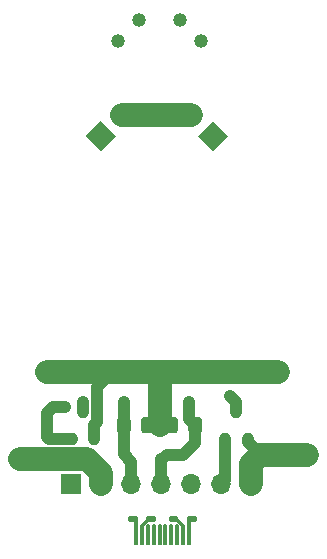
<source format=gbr>
%TF.GenerationSoftware,KiCad,Pcbnew,(5.1.6)-1*%
%TF.CreationDate,2023-10-25T23:53:10+09:00*%
%TF.ProjectId,CMouse-3rd-MOD,434d6f75-7365-42d3-9372-642d4d4f442e,rev?*%
%TF.SameCoordinates,Original*%
%TF.FileFunction,Copper,L1,Top*%
%TF.FilePolarity,Positive*%
%FSLAX46Y46*%
G04 Gerber Fmt 4.6, Leading zero omitted, Abs format (unit mm)*
G04 Created by KiCad (PCBNEW (5.1.6)-1) date 2023-10-25 23:53:10*
%MOMM*%
%LPD*%
G01*
G04 APERTURE LIST*
%TA.AperFunction,ComponentPad*%
%ADD10C,0.100000*%
%TD*%
%TA.AperFunction,ComponentPad*%
%ADD11C,1.800000*%
%TD*%
%TA.AperFunction,ComponentPad*%
%ADD12R,1.700000X1.700000*%
%TD*%
%TA.AperFunction,ComponentPad*%
%ADD13O,1.700000X1.700000*%
%TD*%
%TA.AperFunction,ComponentPad*%
%ADD14C,1.192000*%
%TD*%
%TA.AperFunction,SMDPad,CuDef*%
%ADD15R,0.600000X1.000000*%
%TD*%
%TA.AperFunction,ViaPad*%
%ADD16C,0.400000*%
%TD*%
%TA.AperFunction,ViaPad*%
%ADD17C,0.800000*%
%TD*%
%TA.AperFunction,Conductor*%
%ADD18C,0.300000*%
%TD*%
%TA.AperFunction,Conductor*%
%ADD19C,1.000000*%
%TD*%
%TA.AperFunction,Conductor*%
%ADD20C,2.000000*%
%TD*%
G04 APERTURE END LIST*
%TA.AperFunction,ComponentPad*%
D10*
%TO.P,IR5,1*%
%TO.N,Net-(IR5-Pad1)*%
G36*
X109500000Y-117772792D02*
G01*
X108227208Y-116500000D01*
X109500000Y-115227208D01*
X110772792Y-116500000D01*
X109500000Y-117772792D01*
G37*
%TD.AperFunction*%
D11*
%TO.P,IR5,2*%
%TO.N,5v*%
X111296051Y-114703949D03*
%TD*%
%TO.P,IR6,2*%
%TO.N,5v*%
X117203949Y-114703949D03*
%TA.AperFunction,ComponentPad*%
D10*
%TO.P,IR6,1*%
%TO.N,Net-(IR6-Pad1)*%
G36*
X120272792Y-116500000D02*
G01*
X119000000Y-117772792D01*
X117727208Y-116500000D01*
X119000000Y-115227208D01*
X120272792Y-116500000D01*
G37*
%TD.AperFunction*%
%TD*%
D12*
%TO.P,J1,1*%
%TO.N,5v*%
X107000000Y-146000000D03*
D13*
%TO.P,J1,2*%
%TO.N,3.3v*%
X109540000Y-146000000D03*
%TO.P,J1,3*%
%TO.N,AN5*%
X112080000Y-146000000D03*
%TO.P,J1,4*%
%TO.N,AN6*%
X114620000Y-146000000D03*
%TO.P,J1,5*%
%TO.N,PD5*%
X117160000Y-146000000D03*
%TO.P,J1,6*%
%TO.N,PD6*%
X119700000Y-146000000D03*
%TO.P,J1,7*%
%TO.N,GND*%
X122240000Y-146000000D03*
%TD*%
%TO.P,R16,2*%
%TO.N,GND*%
%TA.AperFunction,SMDPad,CuDef*%
G36*
G01*
X112950000Y-141450001D02*
X112950000Y-140549999D01*
G75*
G02*
X113199999Y-140300000I249999J0D01*
G01*
X113850001Y-140300000D01*
G75*
G02*
X114100000Y-140549999I0J-249999D01*
G01*
X114100000Y-141450001D01*
G75*
G02*
X113850001Y-141700000I-249999J0D01*
G01*
X113199999Y-141700000D01*
G75*
G02*
X112950000Y-141450001I0J249999D01*
G01*
G37*
%TD.AperFunction*%
%TO.P,R16,1*%
%TO.N,AN5*%
%TA.AperFunction,SMDPad,CuDef*%
G36*
G01*
X110900000Y-141450001D02*
X110900000Y-140549999D01*
G75*
G02*
X111149999Y-140300000I249999J0D01*
G01*
X111800001Y-140300000D01*
G75*
G02*
X112050000Y-140549999I0J-249999D01*
G01*
X112050000Y-141450001D01*
G75*
G02*
X111800001Y-141700000I-249999J0D01*
G01*
X111149999Y-141700000D01*
G75*
G02*
X110900000Y-141450001I0J249999D01*
G01*
G37*
%TD.AperFunction*%
%TD*%
%TO.P,R17,1*%
%TO.N,AN6*%
%TA.AperFunction,SMDPad,CuDef*%
G36*
G01*
X118100000Y-140549999D02*
X118100000Y-141450001D01*
G75*
G02*
X117850001Y-141700000I-249999J0D01*
G01*
X117199999Y-141700000D01*
G75*
G02*
X116950000Y-141450001I0J249999D01*
G01*
X116950000Y-140549999D01*
G75*
G02*
X117199999Y-140300000I249999J0D01*
G01*
X117850001Y-140300000D01*
G75*
G02*
X118100000Y-140549999I0J-249999D01*
G01*
G37*
%TD.AperFunction*%
%TO.P,R17,2*%
%TO.N,GND*%
%TA.AperFunction,SMDPad,CuDef*%
G36*
G01*
X116050000Y-140549999D02*
X116050000Y-141450001D01*
G75*
G02*
X115800001Y-141700000I-249999J0D01*
G01*
X115149999Y-141700000D01*
G75*
G02*
X114900000Y-141450001I0J249999D01*
G01*
X114900000Y-140549999D01*
G75*
G02*
X115149999Y-140300000I249999J0D01*
G01*
X115800001Y-140300000D01*
G75*
G02*
X116050000Y-140549999I0J-249999D01*
G01*
G37*
%TD.AperFunction*%
%TD*%
D14*
%TO.P,S5,1*%
%TO.N,AN5*%
X111000000Y-108500000D03*
%TO.P,S5,2*%
%TO.N,3.3v*%
X112796051Y-106703949D03*
%TD*%
%TO.P,S6,2*%
%TO.N,3.3v*%
X116203949Y-106703949D03*
%TO.P,S6,1*%
%TO.N,AN6*%
X118000000Y-108500000D03*
%TD*%
D15*
%TO.P,TR5,1*%
%TO.N,PD5*%
X107050000Y-142150000D03*
%TO.P,TR5,2*%
%TO.N,GND*%
X108950000Y-142150000D03*
%TO.P,TR5,3*%
%TO.N,Net-(IR5-Pad1)*%
X108000000Y-139850000D03*
%TD*%
%TO.P,TR6,3*%
%TO.N,Net-(IR6-Pad1)*%
X121000000Y-139850000D03*
%TO.P,TR6,2*%
%TO.N,GND*%
X121950000Y-142150000D03*
%TO.P,TR6,1*%
%TO.N,PD6*%
X120050000Y-142150000D03*
%TD*%
D16*
%TO.N,*%
X117000000Y-151000000D03*
X116500000Y-151000000D03*
X116000000Y-151000000D03*
X115500000Y-151000000D03*
X115000000Y-151000000D03*
X114500000Y-151000000D03*
X114000000Y-151000000D03*
X113500000Y-151000000D03*
X113000000Y-151000000D03*
X112500000Y-151000000D03*
D17*
%TO.N,Net-(IR5-Pad1)*%
X108000000Y-139000000D03*
%TO.N,Net-(IR6-Pad1)*%
X120500000Y-138500000D03*
%TO.N,3.3v*%
X102649999Y-143850001D03*
%TO.N,AN5*%
X111500000Y-139000000D03*
%TO.N,AN6*%
X117000000Y-139000000D03*
%TO.N,PD5*%
X106500000Y-139500000D03*
%TO.N,GND*%
X127000000Y-143500000D03*
X124500000Y-136500000D03*
%TD*%
D18*
%TO.N,*%
X112500000Y-151000000D02*
X112500000Y-151000000D01*
X113000000Y-151000000D02*
X113000000Y-151000000D01*
X113500000Y-151000000D02*
X113500000Y-151000000D01*
X114000000Y-151000000D02*
X114000000Y-151000000D01*
X114500000Y-151000000D02*
X114500000Y-151000000D01*
X115000000Y-151000000D02*
X115000000Y-151000000D01*
X115500000Y-151000000D02*
X115500000Y-151000000D01*
X116000000Y-151000000D02*
X116000000Y-151000000D01*
X116500000Y-151000000D02*
X116500000Y-151000000D01*
X117000000Y-151000000D02*
X117000000Y-151000000D01*
X112500000Y-149500000D02*
X112500000Y-149000000D01*
X113000000Y-149500000D02*
X113500000Y-149000000D01*
X117000000Y-149500000D02*
X117000000Y-149000000D01*
X116500000Y-149500000D02*
X116000000Y-149000000D01*
X116000000Y-149000000D02*
X115500000Y-149000000D01*
X112500000Y-149000000D02*
X112000000Y-149000000D01*
X117000000Y-149000000D02*
X117500000Y-149000000D01*
X117000000Y-148875010D02*
X117000000Y-149000000D01*
X117500000Y-148875010D02*
X117000000Y-148875010D01*
X112500000Y-149000000D02*
X112500000Y-148875010D01*
X112500000Y-148875010D02*
X112000000Y-148875010D01*
X116000000Y-149000000D02*
X115875010Y-148875010D01*
X115875010Y-148875010D02*
X115500000Y-148875010D01*
X113500000Y-148875010D02*
X113500000Y-149000000D01*
X114000000Y-148875010D02*
X113500000Y-148875010D01*
X114000000Y-149000000D02*
X114000000Y-148875010D01*
X113500000Y-149000000D02*
X114000000Y-149000000D01*
X117000000Y-151000000D02*
X117000000Y-149500000D01*
X116500000Y-151000000D02*
X116500000Y-149500000D01*
X116000000Y-151000000D02*
X116000000Y-149500000D01*
X115500000Y-151000000D02*
X115500000Y-149500000D01*
X115000000Y-151000000D02*
X115000000Y-149500000D01*
X114500000Y-151000000D02*
X114500000Y-149500000D01*
X114000000Y-151000000D02*
X114000000Y-149500000D01*
X113500000Y-151000000D02*
X113500000Y-149500000D01*
X113000000Y-151000000D02*
X113000000Y-149500000D01*
X112500000Y-151000000D02*
X112500000Y-149500000D01*
D19*
%TO.N,Net-(IR5-Pad1)*%
X108000000Y-139000000D02*
X108000000Y-139850000D01*
D20*
%TO.N,5v*%
X111296051Y-114703949D02*
X117203949Y-114703949D01*
D19*
%TO.N,Net-(IR6-Pad1)*%
X120500000Y-138500000D02*
X121000000Y-139000000D01*
X121000000Y-139000000D02*
X121000000Y-139850000D01*
D20*
%TO.N,3.3v*%
X109540000Y-146000000D02*
X109540000Y-145040000D01*
X108350001Y-143850001D02*
X102649999Y-143850001D01*
X109540000Y-145040000D02*
X108350001Y-143850001D01*
D19*
%TO.N,AN5*%
X112080000Y-146000000D02*
X112080000Y-144080000D01*
X111475000Y-143475000D02*
X111475000Y-141000000D01*
X112080000Y-144080000D02*
X111475000Y-143475000D01*
X111500000Y-140975000D02*
X111475000Y-141000000D01*
X111500000Y-139000000D02*
X111500000Y-140975000D01*
%TO.N,AN6*%
X114620000Y-143880000D02*
X114713520Y-143880000D01*
X114620000Y-146000000D02*
X114620000Y-143880000D01*
X114713520Y-143880000D02*
X115093520Y-143500000D01*
X115093520Y-143500000D02*
X116500000Y-143500000D01*
X117525000Y-142475000D02*
X117525000Y-141000000D01*
X116500000Y-143500000D02*
X117525000Y-142475000D01*
X117000000Y-140475000D02*
X117525000Y-141000000D01*
X117000000Y-139000000D02*
X117000000Y-140475000D01*
%TO.N,PD5*%
X107049991Y-142149991D02*
X107050000Y-142150000D01*
X105500000Y-139500000D02*
X105000000Y-140000000D01*
X105000000Y-142000000D02*
X105149991Y-142149991D01*
X106500000Y-139500000D02*
X105500000Y-139500000D01*
X105000000Y-140000000D02*
X105000000Y-142000000D01*
X105149991Y-142149991D02*
X107049991Y-142149991D01*
%TO.N,PD6*%
X120050000Y-145650000D02*
X119700000Y-146000000D01*
X120050000Y-142150000D02*
X120050000Y-145650000D01*
D20*
%TO.N,GND*%
X122240000Y-146000000D02*
X122240000Y-144760000D01*
X122240000Y-144760000D02*
X122240000Y-144260000D01*
X122240000Y-144260000D02*
X123000000Y-143500000D01*
X123000000Y-143500000D02*
X127000000Y-143500000D01*
X114500000Y-137000000D02*
X115000000Y-136500000D01*
X114500000Y-141000000D02*
X114500000Y-137000000D01*
D19*
X114500000Y-141000000D02*
X115475000Y-141000000D01*
D20*
X124500000Y-136500000D02*
X115000000Y-136500000D01*
D19*
X113525000Y-141000000D02*
X114500000Y-141000000D01*
X121950000Y-142450000D02*
X123000000Y-143500000D01*
X121950000Y-142150000D02*
X121950000Y-142450000D01*
X109200010Y-137799990D02*
X110500000Y-136500000D01*
X108950000Y-140960002D02*
X109200010Y-140709992D01*
D20*
X110500000Y-136500000D02*
X105000000Y-136500000D01*
D19*
X109200010Y-140709992D02*
X109200010Y-137799990D01*
X108950000Y-142150000D02*
X108950000Y-140960002D01*
D20*
X115000000Y-136500000D02*
X110500000Y-136500000D01*
%TD*%
M02*

</source>
